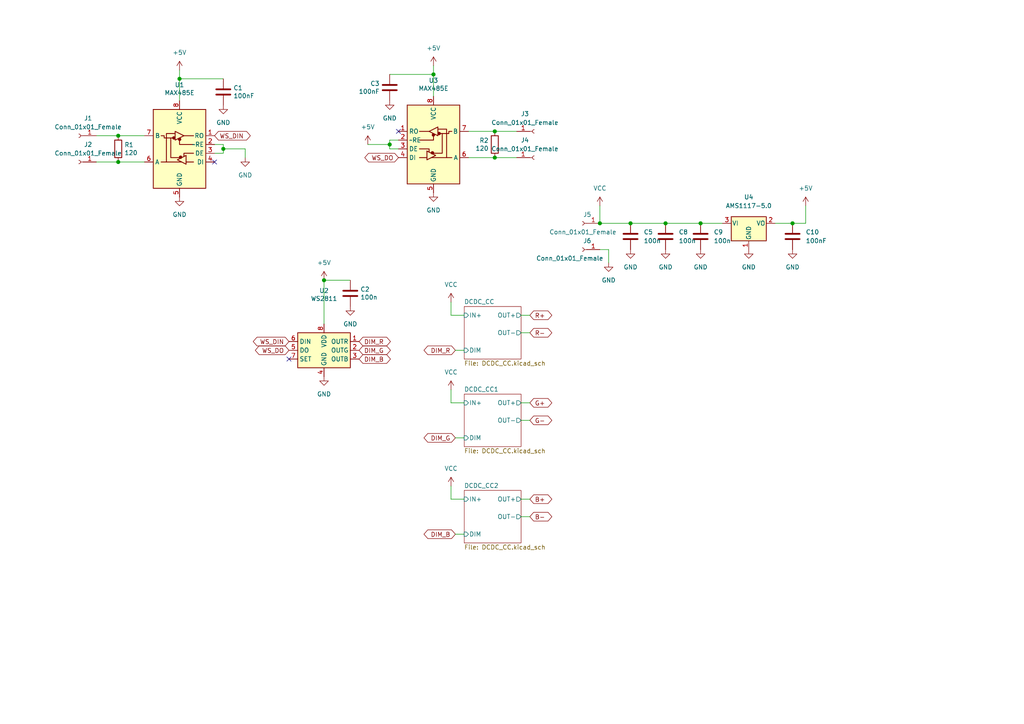
<source format=kicad_sch>
(kicad_sch (version 20210621) (generator eeschema)
  (paper "A4")
  (lib_symbols
    (symbol "Connector:Conn_01x01_Female" (pin_names (offset 1.016) hide)
      (property "Reference" "J" (at 0 2.54 0))
      (property "Value" "Conn_01x01_Female" (at 0 -2.54 0))
      (symbol "Conn_01x01_Female_1_1"
        (arc (start 0 0.508) (end 0 -0.508) (radius (at 0 0) (length 0.508) (angles 90.1 -90.1)) (stroke (width 0.1524)))
        (polyline (pts (xy -1.27 0) (xy -0.508 0)) (stroke (width 0.1524)))
        (pin passive line (at -5.08 0 0) (length 3.81) (name "Pin_1") (number "1"))
      )
    )
    (symbol "Device:C" (pin_numbers hide) (pin_names (offset 0.254))
      (property "Reference" "C" (at 0.635 2.54 0))
      (property "Value" "C" (at 0.635 -2.54 0))
      (symbol "C_0_1"
        (polyline (pts (xy -2.032 -0.762) (xy 2.032 -0.762)) (stroke (width 0.508)))
        (polyline (pts (xy -2.032 0.762) (xy 2.032 0.762)) (stroke (width 0.508)))
      )
      (symbol "C_1_1"
        (pin passive line (at 0 3.81 270) (length 2.794) (name "~") (number "1"))
        (pin passive line (at 0 -3.81 90) (length 2.794) (name "~") (number "2"))
      )
    )
    (symbol "Regulator_Linear:AMS1117-5.0" (pin_names (offset 0.254))
      (property "Reference" "U" (at -3.81 3.175 0))
      (property "Value" "AMS1117-5.0" (at 0 3.175 0))
      (symbol "AMS1117-5.0_0_1"
        (rectangle (start -5.08 -5.08) (end 5.08 1.905) (stroke (width 0.254)) (fill (type background)))
      )
      (symbol "AMS1117-5.0_1_1"
        (pin power_in line (at 0 -7.62 90) (length 2.54) (name "GND") (number "1"))
        (pin power_out line (at 7.62 0 180) (length 2.54) (name "VO") (number "2"))
        (pin power_in line (at -7.62 0 0) (length 2.54) (name "VI") (number "3"))
      )
    )
    (symbol "WS2811_3W-rescue:C-Device" (pin_numbers hide) (pin_names (offset 0.254))
      (property "Reference" "C" (at 0.635 2.54 0))
      (property "Value" "C-Device" (at 0.635 -2.54 0))
      (symbol "C-Device_0_1"
        (polyline (pts (xy -2.032 -0.762) (xy 2.032 -0.762)) (stroke (width 0.508)))
        (polyline (pts (xy -2.032 0.762) (xy 2.032 0.762)) (stroke (width 0.508)))
      )
      (symbol "C-Device_1_1"
        (pin passive line (at 0 3.81 270) (length 2.794) (name "~") (number "1"))
        (pin passive line (at 0 -3.81 90) (length 2.794) (name "~") (number "2"))
      )
    )
    (symbol "WS2811_3W-rescue:MAX485E-Interface_UART"
      (property "Reference" "U" (at -6.096 11.43 0))
      (property "Value" "MAX485E-Interface_UART" (at 0.762 11.43 0))
      (symbol "MAX485E-Interface_UART_0_1"
        (circle (center -0.3048 -3.683) (radius 0.3556) (stroke (width 0.254)) (fill (type outline)))
        (circle (center -0.0254 1.4986) (radius 0.3556) (stroke (width 0.254)) (fill (type outline)))
        (circle (center 1.651 1.905) (radius 0.3556) (stroke (width 0.254)) (fill (type outline)))
        (rectangle (start 1.27 3.175) (end 1.27 3.175))
        (rectangle (start -7.62 10.16) (end 7.62 -12.7) (stroke (width 0.254)) (fill (type background)))
        (polyline (pts (xy -4.064 -5.08) (xy -1.905 -5.08)) (stroke (width 0.254)))
        (polyline (pts (xy -4.064 2.54) (xy -1.27 2.54)) (stroke (width 0.254)))
        (polyline (pts (xy -1.27 -3.2004) (xy -1.27 -3.4544)) (stroke (width 0.254)))
        (polyline (pts (xy -0.635 -5.08) (xy 5.334 -5.08)) (stroke (width 0.254)))
        (polyline (pts (xy -4.064 -2.54) (xy -1.27 -2.54) (xy -1.27 -3.175)) (stroke (width 0.254)))
        (polyline (pts (xy 0 1.27) (xy 0 0) (xy -4.064 0)) (stroke (width 0.254)))
        (polyline (pts (xy 1.27 3.175) (xy 3.81 3.175) (xy 3.81 -5.08)) (stroke (width 0.254)))
        (polyline (pts (xy 2.54 1.905) (xy 2.54 -3.81) (xy 0 -3.81)) (stroke (width 0.254)))
        (polyline (pts (xy -1.905 -3.175) (xy -1.905 -5.715) (xy 0.635 -4.445) (xy -1.905 -3.175)) (stroke (width 0.254)))
        (polyline (pts (xy -1.27 2.54) (xy 1.27 3.81) (xy 1.27 1.27) (xy -1.27 2.54)) (stroke (width 0.254)))
        (polyline (pts (xy 1.905 1.905) (xy 4.445 1.905) (xy 4.445 2.54) (xy 5.334 2.54)) (stroke (width 0.254)))
      )
      (symbol "MAX485E-Interface_UART_1_1"
        (pin output line (at -10.16 2.54 0) (length 2.54) (name "RO") (number "1"))
        (pin input line (at -10.16 0 0) (length 2.54) (name "~RE") (number "2"))
        (pin input line (at -10.16 -2.54 0) (length 2.54) (name "DE") (number "3"))
        (pin input line (at -10.16 -5.08 0) (length 2.54) (name "DI") (number "4"))
        (pin power_in line (at 0 -15.24 90) (length 2.54) (name "GND") (number "5"))
        (pin bidirectional line (at 10.16 -5.08 180) (length 2.54) (name "A") (number "6"))
        (pin bidirectional line (at 10.16 2.54 180) (length 2.54) (name "B") (number "7"))
        (pin power_in line (at 0 12.7 270) (length 2.54) (name "VCC") (number "8"))
      )
    )
    (symbol "WS2811_3W-rescue:R-Device" (pin_numbers hide) (pin_names (offset 0))
      (property "Reference" "R" (at 2.032 0 90))
      (property "Value" "R-Device" (at 0 0 90))
      (symbol "R-Device_0_1"
        (rectangle (start -1.016 -2.54) (end 1.016 2.54) (stroke (width 0.254)))
      )
      (symbol "R-Device_1_1"
        (pin passive line (at 0 3.81 270) (length 1.27) (name "~") (number "1"))
        (pin passive line (at 0 -3.81 90) (length 1.27) (name "~") (number "2"))
      )
    )
    (symbol "WS2811_3W-rescue:WS2811-Driver_LED"
      (property "Reference" "U" (at -6.35 6.35 0))
      (property "Value" "WS2811-Driver_LED" (at 5.08 6.35 0))
      (symbol "WS2811-Driver_LED_0_1"
        (rectangle (start -7.62 5.08) (end 7.62 -5.08) (stroke (width 0.254)) (fill (type background)))
      )
      (symbol "WS2811-Driver_LED_1_1"
        (pin output line (at 10.16 2.54 180) (length 2.54) (name "OUTR") (number "1"))
        (pin output line (at 10.16 0 180) (length 2.54) (name "OUTG") (number "2"))
        (pin output line (at 10.16 -2.54 180) (length 2.54) (name "OUTB") (number "3"))
        (pin power_in line (at 0 -7.62 90) (length 2.54) (name "GND") (number "4"))
        (pin output line (at -10.16 0 0) (length 2.54) (name "DO") (number "5"))
        (pin input line (at -10.16 2.54 0) (length 2.54) (name "DIN") (number "6"))
        (pin input line (at -10.16 -2.54 0) (length 2.54) (name "SET") (number "7"))
        (pin power_in line (at 0 7.62 270) (length 2.54) (name "VDD") (number "8"))
      )
    )
    (symbol "power:+5V" (power) (pin_names (offset 0))
      (property "Value" "+5V" (at 0 3.556 0))
      (symbol "+5V_0_1"
        (polyline (pts (xy -0.762 1.27) (xy 0 2.54)))
        (polyline (pts (xy 0 0) (xy 0 2.54)))
        (polyline (pts (xy 0 2.54) (xy 0.762 1.27)))
      )
      (symbol "+5V_1_1"
        (pin power_in line (at 0 0 90) (length 0) hide (name "+5V") (number "1"))
      )
    )
    (symbol "power:GND" (power) (pin_names (offset 0))
      (property "Value" "GND" (at 0 -3.81 0))
      (symbol "GND_0_1"
        (polyline (pts (xy 0 0) (xy 0 -1.27) (xy 1.27 -1.27) (xy 0 -2.54) (xy -1.27 -1.27) (xy 0 -1.27)))
      )
      (symbol "GND_1_1"
        (pin power_in line (at 0 0 270) (length 0) hide (name "GND") (number "1"))
      )
    )
    (symbol "power:VCC" (power) (pin_names (offset 0))
      (property "Value" "VCC" (at 0 3.81 0))
      (symbol "VCC_0_1"
        (polyline (pts (xy -0.762 1.27) (xy 0 2.54)))
        (polyline (pts (xy 0 0) (xy 0 2.54)))
        (polyline (pts (xy 0 2.54) (xy 0.762 1.27)))
      )
      (symbol "VCC_1_1"
        (pin power_in line (at 0 0 90) (length 0) hide (name "VCC") (number "1"))
      )
    )
  )
  (junction (at 34.29 39.37) (diameter 1.016))
  (junction (at 34.29 46.99) (diameter 1.016))
  (junction (at 52.07 22.86) (diameter 1.016))
  (junction (at 64.77 43.18) (diameter 1.016))
  (junction (at 93.98 81.28) (diameter 1.016))
  (junction (at 113.03 41.91) (diameter 1.016))
  (junction (at 125.73 21.59) (diameter 1.016))
  (junction (at 143.51 38.1) (diameter 1.016))
  (junction (at 143.51 45.72) (diameter 1.016))
  (junction (at 173.99 64.77) (diameter 1.016))
  (junction (at 182.88 64.77) (diameter 1.016))
  (junction (at 193.04 64.77) (diameter 1.016))
  (junction (at 203.2 64.77) (diameter 1.016))
  (junction (at 229.87 64.77) (diameter 1.016))
  (no_connect (at 62.23 46.99))
  (no_connect (at 83.82 104.14))
  (no_connect (at 115.57 38.1))
  (wire (pts (xy 27.94 39.37) (xy 34.29 39.37)))
  (wire (pts (xy 27.94 46.99) (xy 34.29 46.99)))
  (wire (pts (xy 34.29 39.37) (xy 41.91 39.37)))
  (wire (pts (xy 34.29 46.99) (xy 41.91 46.99)))
  (wire (pts (xy 52.07 20.32) (xy 52.07 22.86)))
  (wire (pts (xy 52.07 22.86) (xy 52.07 29.21)))
  (wire (pts (xy 62.23 41.91) (xy 64.77 41.91)))
  (wire (pts (xy 62.23 44.45) (xy 64.77 44.45)))
  (wire (pts (xy 64.77 22.86) (xy 52.07 22.86)))
  (wire (pts (xy 64.77 41.91) (xy 64.77 43.18)))
  (wire (pts (xy 64.77 43.18) (xy 64.77 44.45)))
  (wire (pts (xy 64.77 43.18) (xy 71.12 43.18)))
  (wire (pts (xy 71.12 43.18) (xy 71.12 45.72)))
  (wire (pts (xy 93.98 81.28) (xy 93.98 93.98)))
  (wire (pts (xy 93.98 81.28) (xy 101.6 81.28)))
  (wire (pts (xy 113.03 21.59) (xy 125.73 21.59)))
  (wire (pts (xy 113.03 40.64) (xy 113.03 41.91)))
  (wire (pts (xy 113.03 41.91) (xy 106.68 41.91)))
  (wire (pts (xy 113.03 41.91) (xy 113.03 43.18)))
  (wire (pts (xy 115.57 40.64) (xy 113.03 40.64)))
  (wire (pts (xy 115.57 43.18) (xy 113.03 43.18)))
  (wire (pts (xy 125.73 19.05) (xy 125.73 21.59)))
  (wire (pts (xy 125.73 21.59) (xy 125.73 27.94)))
  (wire (pts (xy 130.81 87.63) (xy 130.81 91.44)))
  (wire (pts (xy 130.81 91.44) (xy 134.62 91.44)))
  (wire (pts (xy 130.81 113.03) (xy 130.81 116.84)))
  (wire (pts (xy 130.81 116.84) (xy 134.62 116.84)))
  (wire (pts (xy 130.81 140.97) (xy 130.81 144.78)))
  (wire (pts (xy 130.81 144.78) (xy 134.62 144.78)))
  (wire (pts (xy 132.08 101.6) (xy 134.62 101.6)))
  (wire (pts (xy 132.08 127) (xy 134.62 127)))
  (wire (pts (xy 132.08 154.94) (xy 134.62 154.94)))
  (wire (pts (xy 143.51 38.1) (xy 135.89 38.1)))
  (wire (pts (xy 143.51 45.72) (xy 135.89 45.72)))
  (wire (pts (xy 149.86 38.1) (xy 143.51 38.1)))
  (wire (pts (xy 149.86 45.72) (xy 143.51 45.72)))
  (wire (pts (xy 151.13 91.44) (xy 153.67 91.44)))
  (wire (pts (xy 151.13 96.52) (xy 153.67 96.52)))
  (wire (pts (xy 151.13 116.84) (xy 153.67 116.84)))
  (wire (pts (xy 151.13 121.92) (xy 153.67 121.92)))
  (wire (pts (xy 151.13 144.78) (xy 153.67 144.78)))
  (wire (pts (xy 151.13 149.86) (xy 153.67 149.86)))
  (wire (pts (xy 173.99 59.69) (xy 173.99 64.77)))
  (wire (pts (xy 173.99 64.77) (xy 182.88 64.77)))
  (wire (pts (xy 173.99 72.39) (xy 176.53 72.39)))
  (wire (pts (xy 176.53 72.39) (xy 176.53 76.2)))
  (wire (pts (xy 182.88 64.77) (xy 193.04 64.77)))
  (wire (pts (xy 193.04 64.77) (xy 203.2 64.77)))
  (wire (pts (xy 203.2 64.77) (xy 209.55 64.77)))
  (wire (pts (xy 224.79 64.77) (xy 229.87 64.77)))
  (wire (pts (xy 229.87 64.77) (xy 233.68 64.77)))
  (wire (pts (xy 233.68 64.77) (xy 233.68 59.69)))
  (global_label "WS_DIN" (shape bidirectional) (at 62.23 39.37 0) (property "Intersheet References" "${INTERSHEET_REFS}" (effects hide)))
  (global_label "WS_DIN" (shape bidirectional) (at 83.82 99.06 180) (property "Intersheet References" "${INTERSHEET_REFS}" (effects hide)))
  (global_label "WS_DO" (shape bidirectional) (at 83.82 101.6 180) (property "Intersheet References" "${INTERSHEET_REFS}" (effects hide)))
  (global_label "DIM_R" (shape bidirectional) (at 104.14 99.06 0) (property "Intersheet References" "${INTERSHEET_REFS}" (effects hide)))
  (global_label "DIM_G" (shape bidirectional) (at 104.14 101.6 0) (property "Intersheet References" "${INTERSHEET_REFS}" (effects hide)))
  (global_label "DIM_B" (shape bidirectional) (at 104.14 104.14 0) (property "Intersheet References" "${INTERSHEET_REFS}" (effects hide)))
  (global_label "WS_DO" (shape bidirectional) (at 115.57 45.72 180) (property "Intersheet References" "${INTERSHEET_REFS}" (effects hide)))
  (global_label "DIM_R" (shape bidirectional) (at 132.08 101.6 180) (property "Intersheet References" "${INTERSHEET_REFS}" (effects hide)))
  (global_label "DIM_G" (shape bidirectional) (at 132.08 127 180) (property "Intersheet References" "${INTERSHEET_REFS}" (effects hide)))
  (global_label "DIM_B" (shape bidirectional) (at 132.08 154.94 180) (property "Intersheet References" "${INTERSHEET_REFS}" (effects hide)))
  (global_label "R+" (shape bidirectional) (at 153.67 91.44 0) (property "Intersheet References" "${INTERSHEET_REFS}" (effects hide)))
  (global_label "R-" (shape bidirectional) (at 153.67 96.52 0) (property "Intersheet References" "${INTERSHEET_REFS}" (effects hide)))
  (global_label "G+" (shape bidirectional) (at 153.67 116.84 0) (property "Intersheet References" "${INTERSHEET_REFS}" (effects hide)))
  (global_label "G-" (shape bidirectional) (at 153.67 121.92 0) (property "Intersheet References" "${INTERSHEET_REFS}" (effects hide)))
  (global_label "B+" (shape bidirectional) (at 153.67 144.78 0) (property "Intersheet References" "${INTERSHEET_REFS}" (effects hide)))
  (global_label "B-" (shape bidirectional) (at 153.67 149.86 0) (property "Intersheet References" "${INTERSHEET_REFS}" (effects hide)))
  (symbol (lib_id "power:+5V") (at 52.07 20.32 0) (unit 1)
    (property "Reference" "#PWR0113" (effects hide))
    (property "Value" "+5V" (at 52.07 15.24 0))
  )
  (symbol (lib_id "power:+5V") (at 93.98 81.28 0) (unit 1)
    (property "Reference" "#PWR0111" (effects hide))
    (property "Value" "+5V" (at 93.98 76.2 0))
  )
  (symbol (lib_id "power:+5V") (at 106.68 41.91 0) (mirror y) (unit 1)
    (property "Reference" "#PWR0109" (effects hide))
    (property "Value" "+5V" (at 106.68 36.83 0))
  )
  (symbol (lib_id "power:+5V") (at 125.73 19.05 0) (mirror y) (unit 1)
    (property "Reference" "#PWR0114" (effects hide))
    (property "Value" "+5V" (at 125.73 13.97 0))
  )
  (symbol (lib_id "power:VCC") (at 130.81 87.63 0) (unit 1)
    (property "Reference" "#PWR0107" (effects hide))
    (property "Value" "VCC" (at 130.81 82.55 0))
  )
  (symbol (lib_id "power:VCC") (at 130.81 113.03 0) (unit 1)
    (property "Reference" "#PWR0105" (effects hide))
    (property "Value" "VCC" (at 130.81 107.95 0))
  )
  (symbol (lib_id "power:VCC") (at 130.81 140.97 0) (unit 1)
    (property "Reference" "#PWR0106" (effects hide))
    (property "Value" "VCC" (at 130.81 135.89 0))
  )
  (symbol (lib_id "power:VCC") (at 173.99 59.69 0) (unit 1)
    (property "Reference" "#PWR0123" (effects hide))
    (property "Value" "VCC" (at 173.99 54.61 0))
  )
  (symbol (lib_id "power:+5V") (at 233.68 59.69 0) (mirror y) (unit 1)
    (property "Reference" "#PWR0121" (effects hide))
    (property "Value" "+5V" (at 233.68 54.61 0))
  )
  (symbol (lib_id "Connector:Conn_01x01_Female") (at 22.86 39.37 180) (unit 1)
    (property "Reference" "J1" (at 25.5524 34.29 0))
    (property "Value" "Conn_01x01_Female" (at 25.5524 36.83 0))
    (property "Footprint" "Connector_Wire:SolderWirePad_1x01_SMD_1x2mm" (effects hide))
  )
  (symbol (lib_id "Connector:Conn_01x01_Female") (at 22.86 46.99 180) (unit 1)
    (property "Reference" "J2" (at 25.5524 41.91 0))
    (property "Value" "Conn_01x01_Female" (at 25.5524 44.45 0))
    (property "Footprint" "Connector_Wire:SolderWirePad_1x01_SMD_1x2mm" (effects hide))
  )
  (symbol (lib_id "Connector:Conn_01x01_Female") (at 154.94 38.1 0) (mirror x) (unit 1)
    (property "Reference" "J3" (at 152.2476 33.02 0))
    (property "Value" "Conn_01x01_Female" (at 152.2476 35.56 0))
    (property "Footprint" "Connector_Wire:SolderWirePad_1x01_SMD_1x2mm" (effects hide))
  )
  (symbol (lib_id "Connector:Conn_01x01_Female") (at 154.94 45.72 0) (mirror x) (unit 1)
    (property "Reference" "J4" (at 152.2476 40.64 0))
    (property "Value" "Conn_01x01_Female" (at 152.2476 43.18 0))
    (property "Footprint" "Connector_Wire:SolderWirePad_1x01_SMD_1x2mm" (effects hide))
  )
  (symbol (lib_id "Connector:Conn_01x01_Female") (at 168.91 64.77 0) (mirror y) (unit 1)
    (property "Reference" "J5" (at 170.3324 62.23 0))
    (property "Value" "Conn_01x01_Female" (at 169.0624 67.31 0))
    (property "Footprint" "Connector_Wire:SolderWirePad_1x01_SMD_1x2mm" (effects hide))
  )
  (symbol (lib_id "Connector:Conn_01x01_Female") (at 168.91 72.39 0) (mirror y) (unit 1)
    (property "Reference" "J6" (at 170.3324 69.85 0))
    (property "Value" "Conn_01x01_Female" (at 165.2524 74.93 0))
    (property "Footprint" "Connector_Wire:SolderWirePad_1x01_SMD_1x2mm" (effects hide))
  )
  (symbol (lib_id "power:GND") (at 52.07 57.15 0) (unit 1)
    (property "Reference" "#PWR0115" (effects hide))
    (property "Value" "GND" (at 52.07 62.23 0))
  )
  (symbol (lib_id "power:GND") (at 64.77 30.48 0) (unit 1)
    (property "Reference" "#PWR0116" (effects hide))
    (property "Value" "GND" (at 64.77 35.56 0))
  )
  (symbol (lib_id "power:GND") (at 71.12 45.72 0) (unit 1)
    (property "Reference" "#PWR0117" (effects hide))
    (property "Value" "GND" (at 71.12 50.8 0))
  )
  (symbol (lib_id "power:GND") (at 93.98 109.22 0) (unit 1)
    (property "Reference" "#PWR0103" (effects hide))
    (property "Value" "GND" (at 93.98 114.3 0))
  )
  (symbol (lib_id "power:GND") (at 101.6 88.9 0) (unit 1)
    (property "Reference" "#PWR0112" (effects hide))
    (property "Value" "GND" (at 101.6 93.98 0))
  )
  (symbol (lib_id "power:GND") (at 113.03 29.21 0) (mirror y) (unit 1)
    (property "Reference" "#PWR0110" (effects hide))
    (property "Value" "GND" (at 113.03 34.29 0))
  )
  (symbol (lib_id "power:GND") (at 125.73 55.88 0) (mirror y) (unit 1)
    (property "Reference" "#PWR0108" (effects hide))
    (property "Value" "GND" (at 125.73 60.96 0))
  )
  (symbol (lib_id "power:GND") (at 176.53 76.2 0) (mirror y) (unit 1)
    (property "Reference" "#PWR0134" (effects hide))
    (property "Value" "GND" (at 176.53 81.28 0))
  )
  (symbol (lib_id "power:GND") (at 182.88 72.39 0) (mirror y) (unit 1)
    (property "Reference" "#PWR0124" (effects hide))
    (property "Value" "GND" (at 182.88 77.47 0))
  )
  (symbol (lib_id "power:GND") (at 193.04 72.39 0) (mirror y) (unit 1)
    (property "Reference" "#PWR0122" (effects hide))
    (property "Value" "GND" (at 193.04 77.47 0))
  )
  (symbol (lib_id "power:GND") (at 203.2 72.39 0) (mirror y) (unit 1)
    (property "Reference" "#PWR0120" (effects hide))
    (property "Value" "GND" (at 203.2 77.47 0))
  )
  (symbol (lib_id "power:GND") (at 217.17 72.39 0) (mirror y) (unit 1)
    (property "Reference" "#PWR0118" (effects hide))
    (property "Value" "GND" (at 217.17 77.47 0))
  )
  (symbol (lib_id "power:GND") (at 229.87 72.39 0) (mirror y) (unit 1)
    (property "Reference" "#PWR0119" (effects hide))
    (property "Value" "GND" (at 229.87 77.47 0))
  )
  (symbol (lib_id "WS2811_3W-rescue:R-Device") (at 34.29 43.18 0) (unit 1)
    (property "Reference" "R1" (at 36.068 42.0116 0) (effects (justify left)))
    (property "Value" "120" (at 36.068 44.323 0) (effects (justify left)))
    (property "Footprint" "Capacitor_SMD:C_0603_1608Metric" (effects hide))
  )
  (symbol (lib_id "WS2811_3W-rescue:R-Device") (at 143.51 41.91 0) (mirror y) (unit 1)
    (property "Reference" "R2" (at 141.732 40.7416 0) (effects (justify left)))
    (property "Value" "120" (at 141.732 43.053 0) (effects (justify left)))
    (property "Footprint" "Capacitor_SMD:C_0603_1608Metric" (effects hide))
  )
  (symbol (lib_id "WS2811_3W-rescue:C-Device") (at 64.77 26.67 0) (unit 1)
    (property "Reference" "C1" (at 67.691 25.5016 0) (effects (justify left)))
    (property "Value" "100nF" (at 67.691 27.813 0) (effects (justify left)))
    (property "Footprint" "Capacitor_SMD:C_0603_1608Metric" (effects hide))
  )
  (symbol (lib_id "WS2811_3W-rescue:C-Device") (at 101.6 85.09 0) (unit 1)
    (property "Reference" "C2" (at 104.521 83.9216 0) (effects (justify left)))
    (property "Value" "100n" (at 104.521 86.233 0) (effects (justify left)))
    (property "Footprint" "Capacitor_SMD:C_0603_1608Metric" (effects hide))
  )
  (symbol (lib_id "WS2811_3W-rescue:C-Device") (at 113.03 25.4 0) (mirror y) (unit 1)
    (property "Reference" "C3" (at 110.109 24.2316 0) (effects (justify left)))
    (property "Value" "100nF" (at 110.109 26.543 0) (effects (justify left)))
    (property "Footprint" "Capacitor_SMD:C_0603_1608Metric" (effects hide))
  )
  (symbol (lib_id "Device:C") (at 182.88 68.58 0) (unit 1)
    (property "Reference" "C5" (at 186.69 67.3099 0) (effects (justify left)))
    (property "Value" "100n" (at 186.69 69.8499 0) (effects (justify left)))
    (property "Footprint" "Capacitor_SMD:C_0603_1608Metric" (effects hide))
  )
  (symbol (lib_id "Device:C") (at 193.04 68.58 0) (unit 1)
    (property "Reference" "C8" (at 196.85 67.3099 0) (effects (justify left)))
    (property "Value" "100n" (at 196.85 69.8499 0) (effects (justify left)))
    (property "Footprint" "Capacitor_SMD:C_0603_1608Metric" (effects hide))
  )
  (symbol (lib_id "Device:C") (at 203.2 68.58 0) (unit 1)
    (property "Reference" "C9" (at 207.01 67.3099 0) (effects (justify left)))
    (property "Value" "100n" (at 207.01 69.8499 0) (effects (justify left)))
    (property "Footprint" "Capacitor_SMD:C_0603_1608Metric" (effects hide))
  )
  (symbol (lib_id "Device:C") (at 229.87 68.58 0) (unit 1)
    (property "Reference" "C10" (at 233.68 67.3099 0) (effects (justify left)))
    (property "Value" "100nF" (at 233.68 69.8499 0) (effects (justify left)))
    (property "Footprint" "Capacitor_SMD:C_0603_1608Metric" (effects hide))
  )
  (symbol (lib_id "Regulator_Linear:AMS1117-5.0") (at 217.17 64.77 0) (unit 1)
    (property "Reference" "U4" (at 217.17 57.15 0))
    (property "Value" "AMS1117-5.0" (at 217.17 59.69 0))
    (property "Footprint" "Package_TO_SOT_SMD:SOT-223-3_TabPin2" (effects hide))
    (property "Datasheet" "http://www.advanced-monolithic.com/pdf/ds1117.pdf" (effects hide))
  )
  (symbol (lib_id "WS2811_3W-rescue:WS2811-Driver_LED") (at 93.98 101.6 0) (unit 1)
    (property "Reference" "U2" (at 93.98 84.3026 0))
    (property "Value" "WS2811" (at 93.98 86.614 0))
    (property "Footprint" "Package_SO:SOIC-8_3.9x4.9mm_P1.27mm" (effects hide))
    (property "Datasheet" "https://cdn-shop.adafruit.com/datasheets/WS2811.pdf" (effects hide))
  )
  (symbol (lib_id "WS2811_3W-rescue:MAX485E-Interface_UART") (at 52.07 41.91 0) (mirror y) (unit 1)
    (property "Reference" "U1" (at 52.07 24.6126 0))
    (property "Value" "MAX485E" (at 52.07 26.924 0))
    (property "Footprint" "Package_SO:SOIC-8_3.9x4.9mm_P1.27mm" (effects hide))
    (property "Datasheet" "https://datasheets.maximintegrated.com/en/ds/MAX1487E-MAX491E.pdf" (effects hide))
  )
  (symbol (lib_id "WS2811_3W-rescue:MAX485E-Interface_UART") (at 125.73 40.64 0) (unit 1)
    (property "Reference" "U3" (at 125.73 23.3426 0))
    (property "Value" "MAX485E" (at 125.73 25.654 0))
    (property "Footprint" "Package_SO:SOIC-8_3.9x4.9mm_P1.27mm" (effects hide))
    (property "Datasheet" "https://datasheets.maximintegrated.com/en/ds/MAX1487E-MAX491E.pdf" (effects hide))
  )
  (sheet (at 134.62 88.9) (size 16.51 15.24) (stroke (width 0.0006))
    (property "Schaltplanname" "DCDC_CC" (at 134.62 88.2643 0) (effects (justify left bottom)))
    (property "Dateiname Blatt" "DCDC_CC.kicad_sch" (at 134.62 104.6487 0) (effects (justify left top)))
    (pin "OUT-" output (at 151.13 96.52 0))
    (pin "OUT+" output (at 151.13 91.44 0))
    (pin "IN+" input (at 134.62 91.44 180))
    (pin "DIM" input (at 134.62 101.6 180))
  )
  (sheet (at 134.62 114.3) (size 16.51 15.24) (stroke (width 0.0006))
    (property "Schaltplanname" "DCDC_CC1" (at 134.62 113.6643 0) (effects (justify left bottom)))
    (property "Dateiname Blatt" "DCDC_CC.kicad_sch" (at 134.62 130.0487 0) (effects (justify left top)))
    (pin "OUT-" output (at 151.13 121.92 0))
    (pin "OUT+" output (at 151.13 116.84 0))
    (pin "IN+" input (at 134.62 116.84 180))
    (pin "DIM" input (at 134.62 127 180))
  )
  (sheet (at 134.62 142.24) (size 16.51 15.24) (stroke (width 0.0006))
    (property "Schaltplanname" "DCDC_CC2" (at 134.62 141.6043 0) (effects (justify left bottom)))
    (property "Dateiname Blatt" "DCDC_CC.kicad_sch" (at 134.62 157.9887 0) (effects (justify left top)))
    (pin "OUT-" output (at 151.13 149.86 0))
    (pin "OUT+" output (at 151.13 144.78 0))
    (pin "IN+" input (at 134.62 144.78 180))
    (pin "DIM" input (at 134.62 154.94 180))
  )
)
</source>
